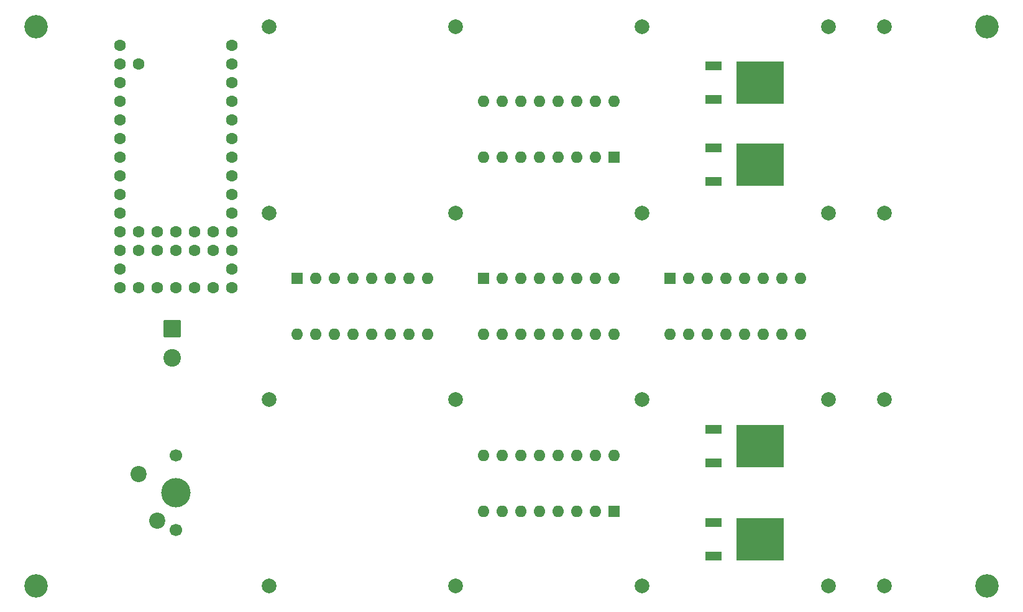
<source format=gbr>
%TF.GenerationSoftware,KiCad,Pcbnew,(6.0.0)*%
%TF.CreationDate,2022-06-21T21:01:45-05:00*%
%TF.ProjectId,Teensey_cube4^3,5465656e-7365-4795-9f63-756265345e33,rev?*%
%TF.SameCoordinates,Original*%
%TF.FileFunction,Soldermask,Bot*%
%TF.FilePolarity,Negative*%
%FSLAX46Y46*%
G04 Gerber Fmt 4.6, Leading zero omitted, Abs format (unit mm)*
G04 Created by KiCad (PCBNEW (6.0.0)) date 2022-06-21 21:01:45*
%MOMM*%
%LPD*%
G01*
G04 APERTURE LIST*
G04 Aperture macros list*
%AMRoundRect*
0 Rectangle with rounded corners*
0 $1 Rounding radius*
0 $2 $3 $4 $5 $6 $7 $8 $9 X,Y pos of 4 corners*
0 Add a 4 corners polygon primitive as box body*
4,1,4,$2,$3,$4,$5,$6,$7,$8,$9,$2,$3,0*
0 Add four circle primitives for the rounded corners*
1,1,$1+$1,$2,$3*
1,1,$1+$1,$4,$5*
1,1,$1+$1,$6,$7*
1,1,$1+$1,$8,$9*
0 Add four rect primitives between the rounded corners*
20,1,$1+$1,$2,$3,$4,$5,0*
20,1,$1+$1,$4,$5,$6,$7,0*
20,1,$1+$1,$6,$7,$8,$9,0*
20,1,$1+$1,$8,$9,$2,$3,0*%
G04 Aperture macros list end*
%ADD10C,2.000000*%
%ADD11C,3.200000*%
%ADD12C,1.700000*%
%ADD13C,4.000000*%
%ADD14C,2.200000*%
%ADD15C,1.600000*%
%ADD16R,2.200000X1.200000*%
%ADD17R,6.400000X5.800000*%
%ADD18R,1.600000X1.600000*%
%ADD19O,1.600000X1.600000*%
%ADD20RoundRect,0.250001X-0.949999X0.949999X-0.949999X-0.949999X0.949999X-0.949999X0.949999X0.949999X0*%
%ADD21C,2.400000*%
G04 APERTURE END LIST*
D10*
%TO.C,J6*%
X138430000Y-88900000D03*
%TD*%
%TO.C,J8*%
X189230000Y-88900000D03*
%TD*%
%TO.C,J3*%
X163830000Y-63500000D03*
%TD*%
D11*
%TO.C,REF\u002A\u002A*%
X210820000Y-139700000D03*
%TD*%
D10*
%TO.C,J19*%
X196850000Y-114300000D03*
%TD*%
%TO.C,J14*%
X138430000Y-139700000D03*
%TD*%
%TO.C,J13*%
X113030000Y-139700000D03*
%TD*%
%TO.C,J20*%
X196850000Y-139700000D03*
%TD*%
D11*
%TO.C,REF\u002A\u002A*%
X81280000Y-63500000D03*
%TD*%
D10*
%TO.C,J2*%
X138430000Y-63500000D03*
%TD*%
%TO.C,J7*%
X163830000Y-88900000D03*
%TD*%
%TO.C,J12*%
X189230000Y-114300000D03*
%TD*%
%TO.C,J16*%
X189230000Y-139700000D03*
%TD*%
%TO.C,J11*%
X163830000Y-114300000D03*
%TD*%
%TO.C,J15*%
X163830000Y-139700000D03*
%TD*%
%TO.C,J17*%
X196850000Y-63500000D03*
%TD*%
%TO.C,J18*%
X196850000Y-88900000D03*
%TD*%
%TO.C,J1*%
X113030000Y-63500000D03*
%TD*%
D11*
%TO.C,REF\u002A\u002A*%
X210820000Y-63500000D03*
%TD*%
D10*
%TO.C,J9*%
X113030000Y-114300000D03*
%TD*%
D12*
%TO.C,SW0*%
X100330000Y-121920000D03*
D13*
X100330000Y-127000000D03*
D12*
X100330000Y-132080000D03*
D14*
X95250000Y-124460000D03*
X97790000Y-130810000D03*
%TD*%
D11*
%TO.C,REF\u002A\u002A*%
X81280000Y-139700000D03*
%TD*%
D10*
%TO.C,J10*%
X138430000Y-114300000D03*
%TD*%
%TO.C,J5*%
X113030000Y-88900000D03*
%TD*%
%TO.C,J4*%
X189230000Y-63500000D03*
%TD*%
D15*
%TO.C,T0*%
X107950000Y-66040000D03*
X107950000Y-68580000D03*
X107950000Y-71120000D03*
X107950000Y-73660000D03*
X107950000Y-76200000D03*
X107950000Y-78740000D03*
X107950000Y-81280000D03*
X107950000Y-83820000D03*
X107950000Y-86360000D03*
X107950000Y-88900000D03*
X107950000Y-91440000D03*
X107950000Y-93980000D03*
X107950000Y-96520000D03*
X107950000Y-99060000D03*
X105410000Y-99060000D03*
X102870000Y-99060000D03*
X100330000Y-99060000D03*
X97790000Y-99060000D03*
X95250000Y-99060000D03*
X92710000Y-99060000D03*
X92710000Y-96520000D03*
X92710000Y-93980000D03*
X92710000Y-91440000D03*
X92710000Y-88900000D03*
X92710000Y-86360000D03*
X92710000Y-83820000D03*
X92710000Y-81280000D03*
X92710000Y-78740000D03*
X92710000Y-76200000D03*
X92710000Y-73660000D03*
X92710000Y-71120000D03*
X92710000Y-68580000D03*
X92710000Y-66040000D03*
X95250000Y-68580000D03*
X95250000Y-93980000D03*
X95250000Y-91440000D03*
X97790000Y-93980000D03*
X97790000Y-91440000D03*
X100330000Y-93980000D03*
X100330000Y-91440000D03*
X102870000Y-93980000D03*
X102870000Y-91440000D03*
X105410000Y-93980000D03*
X105410000Y-91440000D03*
%TD*%
D16*
%TO.C,Q3*%
X173600000Y-73400000D03*
D17*
X179900000Y-71120000D03*
D16*
X173600000Y-68840000D03*
%TD*%
D18*
%TO.C,U2*%
X167630000Y-97800000D03*
D19*
X170170000Y-97800000D03*
X172710000Y-97800000D03*
X175250000Y-97800000D03*
X177790000Y-97800000D03*
X180330000Y-97800000D03*
X182870000Y-97800000D03*
X185410000Y-97800000D03*
X185410000Y-105420000D03*
X182870000Y-105420000D03*
X180330000Y-105420000D03*
X177790000Y-105420000D03*
X175250000Y-105420000D03*
X172710000Y-105420000D03*
X170170000Y-105420000D03*
X167630000Y-105420000D03*
%TD*%
D16*
%TO.C,Q1*%
X173600000Y-122930000D03*
D17*
X179900000Y-120650000D03*
D16*
X173600000Y-118370000D03*
%TD*%
D18*
%TO.C,RN2*%
X160030000Y-129530000D03*
D19*
X157490000Y-129530000D03*
X154950000Y-129530000D03*
X152410000Y-129530000D03*
X149870000Y-129530000D03*
X147330000Y-129530000D03*
X144790000Y-129530000D03*
X142250000Y-129530000D03*
X142250000Y-121910000D03*
X144790000Y-121910000D03*
X147330000Y-121910000D03*
X149870000Y-121910000D03*
X152410000Y-121910000D03*
X154950000Y-121910000D03*
X157490000Y-121910000D03*
X160030000Y-121910000D03*
%TD*%
D18*
%TO.C,RN1*%
X160030000Y-81270000D03*
D19*
X157490000Y-81270000D03*
X154950000Y-81270000D03*
X152410000Y-81270000D03*
X149870000Y-81270000D03*
X147330000Y-81270000D03*
X144790000Y-81270000D03*
X142250000Y-81270000D03*
X142250000Y-73650000D03*
X144790000Y-73650000D03*
X147330000Y-73650000D03*
X149870000Y-73650000D03*
X152410000Y-73650000D03*
X154950000Y-73650000D03*
X157490000Y-73650000D03*
X160030000Y-73650000D03*
%TD*%
D20*
%TO.C,J0*%
X99812500Y-104700000D03*
D21*
X99812500Y-108660000D03*
%TD*%
D18*
%TO.C,U1*%
X142230000Y-97800000D03*
D19*
X144770000Y-97800000D03*
X147310000Y-97800000D03*
X149850000Y-97800000D03*
X152390000Y-97800000D03*
X154930000Y-97800000D03*
X157470000Y-97800000D03*
X160010000Y-97800000D03*
X160010000Y-105420000D03*
X157470000Y-105420000D03*
X154930000Y-105420000D03*
X152390000Y-105420000D03*
X149850000Y-105420000D03*
X147310000Y-105420000D03*
X144770000Y-105420000D03*
X142230000Y-105420000D03*
%TD*%
D16*
%TO.C,Q2*%
X173600000Y-84575000D03*
D17*
X179900000Y-82295000D03*
D16*
X173600000Y-80015000D03*
%TD*%
%TO.C,Q0*%
X173600000Y-135630000D03*
D17*
X179900000Y-133350000D03*
D16*
X173600000Y-131070000D03*
%TD*%
D18*
%TO.C,U0*%
X116830000Y-97800000D03*
D19*
X119370000Y-97800000D03*
X121910000Y-97800000D03*
X124450000Y-97800000D03*
X126990000Y-97800000D03*
X129530000Y-97800000D03*
X132070000Y-97800000D03*
X134610000Y-97800000D03*
X134610000Y-105420000D03*
X132070000Y-105420000D03*
X129530000Y-105420000D03*
X126990000Y-105420000D03*
X124450000Y-105420000D03*
X121910000Y-105420000D03*
X119370000Y-105420000D03*
X116830000Y-105420000D03*
%TD*%
M02*

</source>
